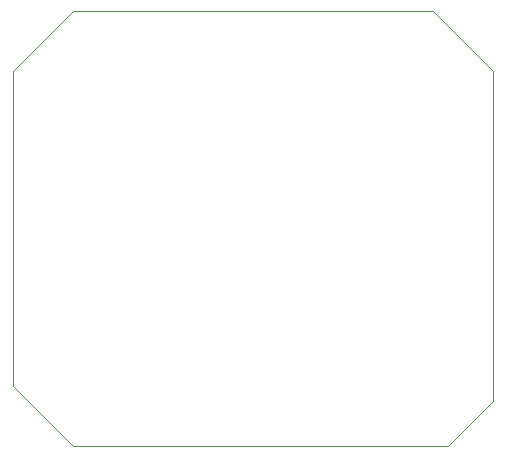
<source format=gbr>
G04 #@! TF.FileFunction,Profile,NP*
%FSLAX46Y46*%
G04 Gerber Fmt 4.6, Leading zero omitted, Abs format (unit mm)*
G04 Created by KiCad (PCBNEW 4.0.7) date Tuesday, January 15, 2019 'PMt' 04:08:31 PM*
%MOMM*%
%LPD*%
G01*
G04 APERTURE LIST*
%ADD10C,0.100000*%
G04 APERTURE END LIST*
D10*
X125730000Y-85090000D02*
X130810000Y-80010000D01*
X125730000Y-86360000D02*
X125730000Y-85090000D01*
X125730000Y-87630000D02*
X125730000Y-86360000D01*
X125730000Y-111760000D02*
X125730000Y-87630000D01*
X130810000Y-116840000D02*
X125730000Y-111760000D01*
X162560000Y-116840000D02*
X130810000Y-116840000D01*
X166370000Y-113030000D02*
X162560000Y-116840000D01*
X166370000Y-85090000D02*
X166370000Y-113030000D01*
X161290000Y-80010000D02*
X166370000Y-85090000D01*
X130810000Y-80010000D02*
X161290000Y-80010000D01*
M02*

</source>
